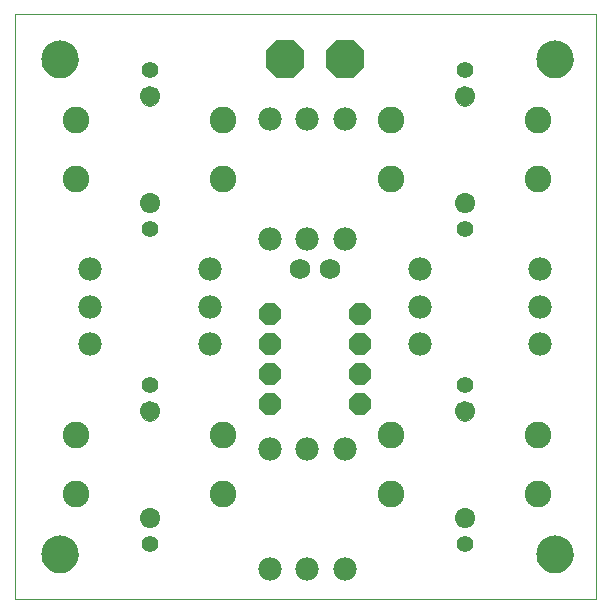
<source format=gbs>
G75*
G70*
%OFA0B0*%
%FSLAX24Y24*%
%IPPOS*%
%LPD*%
%AMOC8*
5,1,8,0,0,1.08239X$1,22.5*
%
%ADD10C,0.0000*%
%ADD11OC8,0.0720*%
%ADD12C,0.0690*%
%ADD13C,0.0780*%
%ADD14C,0.0890*%
%ADD15C,0.0555*%
%ADD16C,0.0670*%
%ADD17OC8,0.1280*%
%ADD18C,0.1240*%
D10*
X000100Y000100D02*
X000100Y019596D01*
X019470Y019596D01*
X019470Y000100D01*
X000100Y000100D01*
X001000Y001600D02*
X001002Y001649D01*
X001008Y001697D01*
X001018Y001745D01*
X001032Y001792D01*
X001049Y001838D01*
X001070Y001882D01*
X001095Y001924D01*
X001123Y001964D01*
X001155Y002002D01*
X001189Y002037D01*
X001226Y002069D01*
X001265Y002098D01*
X001307Y002124D01*
X001351Y002146D01*
X001396Y002164D01*
X001443Y002179D01*
X001490Y002190D01*
X001539Y002197D01*
X001588Y002200D01*
X001637Y002199D01*
X001685Y002194D01*
X001734Y002185D01*
X001781Y002172D01*
X001827Y002155D01*
X001871Y002135D01*
X001914Y002111D01*
X001955Y002084D01*
X001993Y002053D01*
X002029Y002020D01*
X002061Y001984D01*
X002091Y001945D01*
X002118Y001904D01*
X002141Y001860D01*
X002160Y001815D01*
X002176Y001769D01*
X002188Y001722D01*
X002196Y001673D01*
X002200Y001624D01*
X002200Y001576D01*
X002196Y001527D01*
X002188Y001478D01*
X002176Y001431D01*
X002160Y001385D01*
X002141Y001340D01*
X002118Y001296D01*
X002091Y001255D01*
X002061Y001216D01*
X002029Y001180D01*
X001993Y001147D01*
X001955Y001116D01*
X001914Y001089D01*
X001871Y001065D01*
X001827Y001045D01*
X001781Y001028D01*
X001734Y001015D01*
X001685Y001006D01*
X001637Y001001D01*
X001588Y001000D01*
X001539Y001003D01*
X001490Y001010D01*
X001443Y001021D01*
X001396Y001036D01*
X001351Y001054D01*
X001307Y001076D01*
X001265Y001102D01*
X001226Y001131D01*
X001189Y001163D01*
X001155Y001198D01*
X001123Y001236D01*
X001095Y001276D01*
X001070Y001318D01*
X001049Y001362D01*
X001032Y001408D01*
X001018Y001455D01*
X001008Y001503D01*
X001002Y001551D01*
X001000Y001600D01*
X004285Y002828D02*
X004287Y002863D01*
X004293Y002898D01*
X004303Y002932D01*
X004316Y002965D01*
X004333Y002996D01*
X004354Y003024D01*
X004377Y003051D01*
X004404Y003074D01*
X004432Y003095D01*
X004463Y003112D01*
X004496Y003125D01*
X004530Y003135D01*
X004565Y003141D01*
X004600Y003143D01*
X004635Y003141D01*
X004670Y003135D01*
X004704Y003125D01*
X004737Y003112D01*
X004768Y003095D01*
X004796Y003074D01*
X004823Y003051D01*
X004846Y003024D01*
X004867Y002996D01*
X004884Y002965D01*
X004897Y002932D01*
X004907Y002898D01*
X004913Y002863D01*
X004915Y002828D01*
X004913Y002793D01*
X004907Y002758D01*
X004897Y002724D01*
X004884Y002691D01*
X004867Y002660D01*
X004846Y002632D01*
X004823Y002605D01*
X004796Y002582D01*
X004768Y002561D01*
X004737Y002544D01*
X004704Y002531D01*
X004670Y002521D01*
X004635Y002515D01*
X004600Y002513D01*
X004565Y002515D01*
X004530Y002521D01*
X004496Y002531D01*
X004463Y002544D01*
X004432Y002561D01*
X004404Y002582D01*
X004377Y002605D01*
X004354Y002632D01*
X004333Y002660D01*
X004316Y002691D01*
X004303Y002724D01*
X004293Y002758D01*
X004287Y002793D01*
X004285Y002828D01*
X004285Y006372D02*
X004287Y006407D01*
X004293Y006442D01*
X004303Y006476D01*
X004316Y006509D01*
X004333Y006540D01*
X004354Y006568D01*
X004377Y006595D01*
X004404Y006618D01*
X004432Y006639D01*
X004463Y006656D01*
X004496Y006669D01*
X004530Y006679D01*
X004565Y006685D01*
X004600Y006687D01*
X004635Y006685D01*
X004670Y006679D01*
X004704Y006669D01*
X004737Y006656D01*
X004768Y006639D01*
X004796Y006618D01*
X004823Y006595D01*
X004846Y006568D01*
X004867Y006540D01*
X004884Y006509D01*
X004897Y006476D01*
X004907Y006442D01*
X004913Y006407D01*
X004915Y006372D01*
X004913Y006337D01*
X004907Y006302D01*
X004897Y006268D01*
X004884Y006235D01*
X004867Y006204D01*
X004846Y006176D01*
X004823Y006149D01*
X004796Y006126D01*
X004768Y006105D01*
X004737Y006088D01*
X004704Y006075D01*
X004670Y006065D01*
X004635Y006059D01*
X004600Y006057D01*
X004565Y006059D01*
X004530Y006065D01*
X004496Y006075D01*
X004463Y006088D01*
X004432Y006105D01*
X004404Y006126D01*
X004377Y006149D01*
X004354Y006176D01*
X004333Y006204D01*
X004316Y006235D01*
X004303Y006268D01*
X004293Y006302D01*
X004287Y006337D01*
X004285Y006372D01*
X004285Y013328D02*
X004287Y013363D01*
X004293Y013398D01*
X004303Y013432D01*
X004316Y013465D01*
X004333Y013496D01*
X004354Y013524D01*
X004377Y013551D01*
X004404Y013574D01*
X004432Y013595D01*
X004463Y013612D01*
X004496Y013625D01*
X004530Y013635D01*
X004565Y013641D01*
X004600Y013643D01*
X004635Y013641D01*
X004670Y013635D01*
X004704Y013625D01*
X004737Y013612D01*
X004768Y013595D01*
X004796Y013574D01*
X004823Y013551D01*
X004846Y013524D01*
X004867Y013496D01*
X004884Y013465D01*
X004897Y013432D01*
X004907Y013398D01*
X004913Y013363D01*
X004915Y013328D01*
X004913Y013293D01*
X004907Y013258D01*
X004897Y013224D01*
X004884Y013191D01*
X004867Y013160D01*
X004846Y013132D01*
X004823Y013105D01*
X004796Y013082D01*
X004768Y013061D01*
X004737Y013044D01*
X004704Y013031D01*
X004670Y013021D01*
X004635Y013015D01*
X004600Y013013D01*
X004565Y013015D01*
X004530Y013021D01*
X004496Y013031D01*
X004463Y013044D01*
X004432Y013061D01*
X004404Y013082D01*
X004377Y013105D01*
X004354Y013132D01*
X004333Y013160D01*
X004316Y013191D01*
X004303Y013224D01*
X004293Y013258D01*
X004287Y013293D01*
X004285Y013328D01*
X004285Y016872D02*
X004287Y016907D01*
X004293Y016942D01*
X004303Y016976D01*
X004316Y017009D01*
X004333Y017040D01*
X004354Y017068D01*
X004377Y017095D01*
X004404Y017118D01*
X004432Y017139D01*
X004463Y017156D01*
X004496Y017169D01*
X004530Y017179D01*
X004565Y017185D01*
X004600Y017187D01*
X004635Y017185D01*
X004670Y017179D01*
X004704Y017169D01*
X004737Y017156D01*
X004768Y017139D01*
X004796Y017118D01*
X004823Y017095D01*
X004846Y017068D01*
X004867Y017040D01*
X004884Y017009D01*
X004897Y016976D01*
X004907Y016942D01*
X004913Y016907D01*
X004915Y016872D01*
X004913Y016837D01*
X004907Y016802D01*
X004897Y016768D01*
X004884Y016735D01*
X004867Y016704D01*
X004846Y016676D01*
X004823Y016649D01*
X004796Y016626D01*
X004768Y016605D01*
X004737Y016588D01*
X004704Y016575D01*
X004670Y016565D01*
X004635Y016559D01*
X004600Y016557D01*
X004565Y016559D01*
X004530Y016565D01*
X004496Y016575D01*
X004463Y016588D01*
X004432Y016605D01*
X004404Y016626D01*
X004377Y016649D01*
X004354Y016676D01*
X004333Y016704D01*
X004316Y016735D01*
X004303Y016768D01*
X004293Y016802D01*
X004287Y016837D01*
X004285Y016872D01*
X001000Y018100D02*
X001002Y018149D01*
X001008Y018197D01*
X001018Y018245D01*
X001032Y018292D01*
X001049Y018338D01*
X001070Y018382D01*
X001095Y018424D01*
X001123Y018464D01*
X001155Y018502D01*
X001189Y018537D01*
X001226Y018569D01*
X001265Y018598D01*
X001307Y018624D01*
X001351Y018646D01*
X001396Y018664D01*
X001443Y018679D01*
X001490Y018690D01*
X001539Y018697D01*
X001588Y018700D01*
X001637Y018699D01*
X001685Y018694D01*
X001734Y018685D01*
X001781Y018672D01*
X001827Y018655D01*
X001871Y018635D01*
X001914Y018611D01*
X001955Y018584D01*
X001993Y018553D01*
X002029Y018520D01*
X002061Y018484D01*
X002091Y018445D01*
X002118Y018404D01*
X002141Y018360D01*
X002160Y018315D01*
X002176Y018269D01*
X002188Y018222D01*
X002196Y018173D01*
X002200Y018124D01*
X002200Y018076D01*
X002196Y018027D01*
X002188Y017978D01*
X002176Y017931D01*
X002160Y017885D01*
X002141Y017840D01*
X002118Y017796D01*
X002091Y017755D01*
X002061Y017716D01*
X002029Y017680D01*
X001993Y017647D01*
X001955Y017616D01*
X001914Y017589D01*
X001871Y017565D01*
X001827Y017545D01*
X001781Y017528D01*
X001734Y017515D01*
X001685Y017506D01*
X001637Y017501D01*
X001588Y017500D01*
X001539Y017503D01*
X001490Y017510D01*
X001443Y017521D01*
X001396Y017536D01*
X001351Y017554D01*
X001307Y017576D01*
X001265Y017602D01*
X001226Y017631D01*
X001189Y017663D01*
X001155Y017698D01*
X001123Y017736D01*
X001095Y017776D01*
X001070Y017818D01*
X001049Y017862D01*
X001032Y017908D01*
X001018Y017955D01*
X001008Y018003D01*
X001002Y018051D01*
X001000Y018100D01*
X014785Y016872D02*
X014787Y016907D01*
X014793Y016942D01*
X014803Y016976D01*
X014816Y017009D01*
X014833Y017040D01*
X014854Y017068D01*
X014877Y017095D01*
X014904Y017118D01*
X014932Y017139D01*
X014963Y017156D01*
X014996Y017169D01*
X015030Y017179D01*
X015065Y017185D01*
X015100Y017187D01*
X015135Y017185D01*
X015170Y017179D01*
X015204Y017169D01*
X015237Y017156D01*
X015268Y017139D01*
X015296Y017118D01*
X015323Y017095D01*
X015346Y017068D01*
X015367Y017040D01*
X015384Y017009D01*
X015397Y016976D01*
X015407Y016942D01*
X015413Y016907D01*
X015415Y016872D01*
X015413Y016837D01*
X015407Y016802D01*
X015397Y016768D01*
X015384Y016735D01*
X015367Y016704D01*
X015346Y016676D01*
X015323Y016649D01*
X015296Y016626D01*
X015268Y016605D01*
X015237Y016588D01*
X015204Y016575D01*
X015170Y016565D01*
X015135Y016559D01*
X015100Y016557D01*
X015065Y016559D01*
X015030Y016565D01*
X014996Y016575D01*
X014963Y016588D01*
X014932Y016605D01*
X014904Y016626D01*
X014877Y016649D01*
X014854Y016676D01*
X014833Y016704D01*
X014816Y016735D01*
X014803Y016768D01*
X014793Y016802D01*
X014787Y016837D01*
X014785Y016872D01*
X017500Y018100D02*
X017502Y018149D01*
X017508Y018197D01*
X017518Y018245D01*
X017532Y018292D01*
X017549Y018338D01*
X017570Y018382D01*
X017595Y018424D01*
X017623Y018464D01*
X017655Y018502D01*
X017689Y018537D01*
X017726Y018569D01*
X017765Y018598D01*
X017807Y018624D01*
X017851Y018646D01*
X017896Y018664D01*
X017943Y018679D01*
X017990Y018690D01*
X018039Y018697D01*
X018088Y018700D01*
X018137Y018699D01*
X018185Y018694D01*
X018234Y018685D01*
X018281Y018672D01*
X018327Y018655D01*
X018371Y018635D01*
X018414Y018611D01*
X018455Y018584D01*
X018493Y018553D01*
X018529Y018520D01*
X018561Y018484D01*
X018591Y018445D01*
X018618Y018404D01*
X018641Y018360D01*
X018660Y018315D01*
X018676Y018269D01*
X018688Y018222D01*
X018696Y018173D01*
X018700Y018124D01*
X018700Y018076D01*
X018696Y018027D01*
X018688Y017978D01*
X018676Y017931D01*
X018660Y017885D01*
X018641Y017840D01*
X018618Y017796D01*
X018591Y017755D01*
X018561Y017716D01*
X018529Y017680D01*
X018493Y017647D01*
X018455Y017616D01*
X018414Y017589D01*
X018371Y017565D01*
X018327Y017545D01*
X018281Y017528D01*
X018234Y017515D01*
X018185Y017506D01*
X018137Y017501D01*
X018088Y017500D01*
X018039Y017503D01*
X017990Y017510D01*
X017943Y017521D01*
X017896Y017536D01*
X017851Y017554D01*
X017807Y017576D01*
X017765Y017602D01*
X017726Y017631D01*
X017689Y017663D01*
X017655Y017698D01*
X017623Y017736D01*
X017595Y017776D01*
X017570Y017818D01*
X017549Y017862D01*
X017532Y017908D01*
X017518Y017955D01*
X017508Y018003D01*
X017502Y018051D01*
X017500Y018100D01*
X014785Y013328D02*
X014787Y013363D01*
X014793Y013398D01*
X014803Y013432D01*
X014816Y013465D01*
X014833Y013496D01*
X014854Y013524D01*
X014877Y013551D01*
X014904Y013574D01*
X014932Y013595D01*
X014963Y013612D01*
X014996Y013625D01*
X015030Y013635D01*
X015065Y013641D01*
X015100Y013643D01*
X015135Y013641D01*
X015170Y013635D01*
X015204Y013625D01*
X015237Y013612D01*
X015268Y013595D01*
X015296Y013574D01*
X015323Y013551D01*
X015346Y013524D01*
X015367Y013496D01*
X015384Y013465D01*
X015397Y013432D01*
X015407Y013398D01*
X015413Y013363D01*
X015415Y013328D01*
X015413Y013293D01*
X015407Y013258D01*
X015397Y013224D01*
X015384Y013191D01*
X015367Y013160D01*
X015346Y013132D01*
X015323Y013105D01*
X015296Y013082D01*
X015268Y013061D01*
X015237Y013044D01*
X015204Y013031D01*
X015170Y013021D01*
X015135Y013015D01*
X015100Y013013D01*
X015065Y013015D01*
X015030Y013021D01*
X014996Y013031D01*
X014963Y013044D01*
X014932Y013061D01*
X014904Y013082D01*
X014877Y013105D01*
X014854Y013132D01*
X014833Y013160D01*
X014816Y013191D01*
X014803Y013224D01*
X014793Y013258D01*
X014787Y013293D01*
X014785Y013328D01*
X014785Y006372D02*
X014787Y006407D01*
X014793Y006442D01*
X014803Y006476D01*
X014816Y006509D01*
X014833Y006540D01*
X014854Y006568D01*
X014877Y006595D01*
X014904Y006618D01*
X014932Y006639D01*
X014963Y006656D01*
X014996Y006669D01*
X015030Y006679D01*
X015065Y006685D01*
X015100Y006687D01*
X015135Y006685D01*
X015170Y006679D01*
X015204Y006669D01*
X015237Y006656D01*
X015268Y006639D01*
X015296Y006618D01*
X015323Y006595D01*
X015346Y006568D01*
X015367Y006540D01*
X015384Y006509D01*
X015397Y006476D01*
X015407Y006442D01*
X015413Y006407D01*
X015415Y006372D01*
X015413Y006337D01*
X015407Y006302D01*
X015397Y006268D01*
X015384Y006235D01*
X015367Y006204D01*
X015346Y006176D01*
X015323Y006149D01*
X015296Y006126D01*
X015268Y006105D01*
X015237Y006088D01*
X015204Y006075D01*
X015170Y006065D01*
X015135Y006059D01*
X015100Y006057D01*
X015065Y006059D01*
X015030Y006065D01*
X014996Y006075D01*
X014963Y006088D01*
X014932Y006105D01*
X014904Y006126D01*
X014877Y006149D01*
X014854Y006176D01*
X014833Y006204D01*
X014816Y006235D01*
X014803Y006268D01*
X014793Y006302D01*
X014787Y006337D01*
X014785Y006372D01*
X014785Y002828D02*
X014787Y002863D01*
X014793Y002898D01*
X014803Y002932D01*
X014816Y002965D01*
X014833Y002996D01*
X014854Y003024D01*
X014877Y003051D01*
X014904Y003074D01*
X014932Y003095D01*
X014963Y003112D01*
X014996Y003125D01*
X015030Y003135D01*
X015065Y003141D01*
X015100Y003143D01*
X015135Y003141D01*
X015170Y003135D01*
X015204Y003125D01*
X015237Y003112D01*
X015268Y003095D01*
X015296Y003074D01*
X015323Y003051D01*
X015346Y003024D01*
X015367Y002996D01*
X015384Y002965D01*
X015397Y002932D01*
X015407Y002898D01*
X015413Y002863D01*
X015415Y002828D01*
X015413Y002793D01*
X015407Y002758D01*
X015397Y002724D01*
X015384Y002691D01*
X015367Y002660D01*
X015346Y002632D01*
X015323Y002605D01*
X015296Y002582D01*
X015268Y002561D01*
X015237Y002544D01*
X015204Y002531D01*
X015170Y002521D01*
X015135Y002515D01*
X015100Y002513D01*
X015065Y002515D01*
X015030Y002521D01*
X014996Y002531D01*
X014963Y002544D01*
X014932Y002561D01*
X014904Y002582D01*
X014877Y002605D01*
X014854Y002632D01*
X014833Y002660D01*
X014816Y002691D01*
X014803Y002724D01*
X014793Y002758D01*
X014787Y002793D01*
X014785Y002828D01*
X017500Y001600D02*
X017502Y001649D01*
X017508Y001697D01*
X017518Y001745D01*
X017532Y001792D01*
X017549Y001838D01*
X017570Y001882D01*
X017595Y001924D01*
X017623Y001964D01*
X017655Y002002D01*
X017689Y002037D01*
X017726Y002069D01*
X017765Y002098D01*
X017807Y002124D01*
X017851Y002146D01*
X017896Y002164D01*
X017943Y002179D01*
X017990Y002190D01*
X018039Y002197D01*
X018088Y002200D01*
X018137Y002199D01*
X018185Y002194D01*
X018234Y002185D01*
X018281Y002172D01*
X018327Y002155D01*
X018371Y002135D01*
X018414Y002111D01*
X018455Y002084D01*
X018493Y002053D01*
X018529Y002020D01*
X018561Y001984D01*
X018591Y001945D01*
X018618Y001904D01*
X018641Y001860D01*
X018660Y001815D01*
X018676Y001769D01*
X018688Y001722D01*
X018696Y001673D01*
X018700Y001624D01*
X018700Y001576D01*
X018696Y001527D01*
X018688Y001478D01*
X018676Y001431D01*
X018660Y001385D01*
X018641Y001340D01*
X018618Y001296D01*
X018591Y001255D01*
X018561Y001216D01*
X018529Y001180D01*
X018493Y001147D01*
X018455Y001116D01*
X018414Y001089D01*
X018371Y001065D01*
X018327Y001045D01*
X018281Y001028D01*
X018234Y001015D01*
X018185Y001006D01*
X018137Y001001D01*
X018088Y001000D01*
X018039Y001003D01*
X017990Y001010D01*
X017943Y001021D01*
X017896Y001036D01*
X017851Y001054D01*
X017807Y001076D01*
X017765Y001102D01*
X017726Y001131D01*
X017689Y001163D01*
X017655Y001198D01*
X017623Y001236D01*
X017595Y001276D01*
X017570Y001318D01*
X017549Y001362D01*
X017532Y001408D01*
X017518Y001455D01*
X017508Y001503D01*
X017502Y001551D01*
X017500Y001600D01*
D11*
X011600Y006600D03*
X011600Y007600D03*
X011600Y008600D03*
X011600Y009600D03*
X008600Y009600D03*
X008600Y008600D03*
X008600Y007600D03*
X008600Y006600D03*
D12*
X009600Y011100D03*
X010600Y011100D03*
D13*
X011100Y012100D03*
X009850Y012100D03*
X008600Y012100D03*
X006600Y011100D03*
X006600Y009850D03*
X006600Y008600D03*
X008600Y005100D03*
X009850Y005100D03*
X011100Y005100D03*
X013600Y008600D03*
X013600Y009850D03*
X013600Y011100D03*
X017600Y011100D03*
X017600Y009850D03*
X017600Y008600D03*
X011100Y001100D03*
X009850Y001100D03*
X008600Y001100D03*
X002600Y008600D03*
X002600Y009850D03*
X002600Y011100D03*
X008600Y016100D03*
X009850Y016100D03*
X011100Y016100D03*
D14*
X012639Y016084D03*
X012639Y014116D03*
X017561Y014116D03*
X017561Y016084D03*
X017561Y005584D03*
X017561Y003616D03*
X012639Y003616D03*
X012639Y005584D03*
X007061Y005584D03*
X007061Y003616D03*
X002139Y003616D03*
X002139Y005584D03*
X002139Y014116D03*
X002139Y016084D03*
X007061Y016084D03*
X007061Y014116D03*
D15*
X004600Y012443D03*
X004600Y007257D03*
X004600Y001943D03*
X015100Y001943D03*
X015100Y007257D03*
X015100Y012443D03*
X015100Y017757D03*
X004600Y017757D03*
D16*
X004600Y016872D03*
X004600Y013328D03*
X004600Y006372D03*
X004600Y002828D03*
X015100Y002828D03*
X015100Y006372D03*
X015100Y013328D03*
X015100Y016872D03*
D17*
X011100Y018100D03*
X009100Y018100D03*
D18*
X001600Y018100D03*
X001600Y001600D03*
X018100Y001600D03*
X018100Y018100D03*
M02*

</source>
